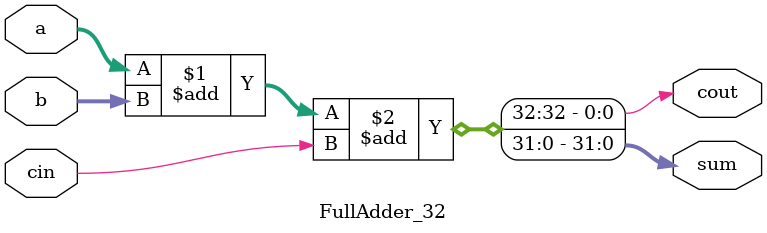
<source format=v>
module FullAdder_32 (a, b, cin, sum, cout);

    input [31:0] a, b;
    input cin;
    output [31:0] sum;
    output cout;

    assign {cout, sum} = a + b + cin;

endmodule






</source>
